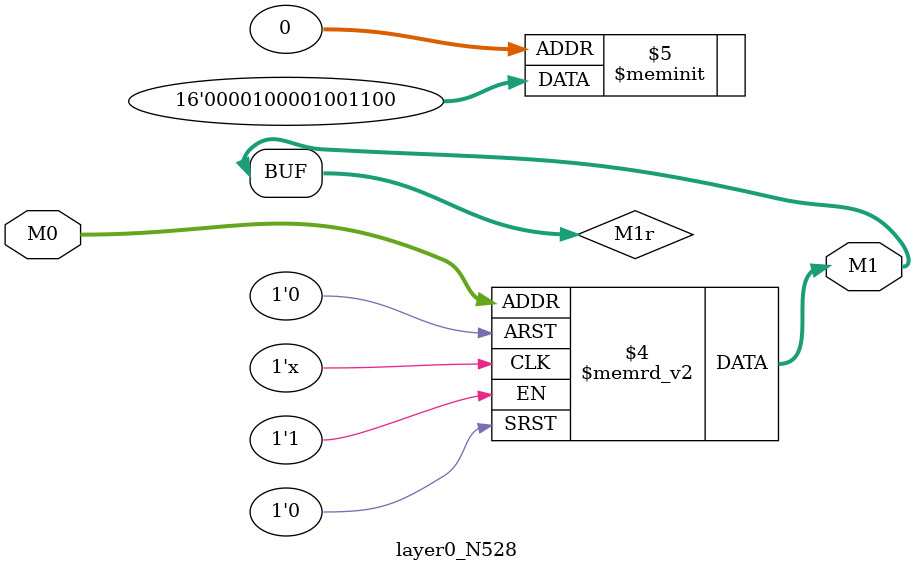
<source format=v>
module layer0_N528 ( input [2:0] M0, output [1:0] M1 );

	(*rom_style = "distributed" *) reg [1:0] M1r;
	assign M1 = M1r;
	always @ (M0) begin
		case (M0)
			3'b000: M1r = 2'b00;
			3'b100: M1r = 2'b00;
			3'b010: M1r = 2'b00;
			3'b110: M1r = 2'b00;
			3'b001: M1r = 2'b11;
			3'b101: M1r = 2'b10;
			3'b011: M1r = 2'b01;
			3'b111: M1r = 2'b00;

		endcase
	end
endmodule

</source>
